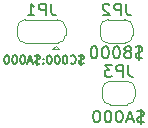
<source format=gbo>
G04 #@! TF.GenerationSoftware,KiCad,Pcbnew,(6.0.4-0)*
G04 #@! TF.CreationDate,2023-01-21T11:19:45+09:00*
G04 #@! TF.ProjectId,K68-VDG,4b36382d-5644-4472-9e6b-696361645f70,rev?*
G04 #@! TF.SameCoordinates,PX8583b00PY93d1cc0*
G04 #@! TF.FileFunction,Legend,Bot*
G04 #@! TF.FilePolarity,Positive*
%FSLAX46Y46*%
G04 Gerber Fmt 4.6, Leading zero omitted, Abs format (unit mm)*
G04 Created by KiCad (PCBNEW (6.0.4-0)) date 2023-01-21 11:19:45*
%MOMM*%
%LPD*%
G01*
G04 APERTURE LIST*
%ADD10C,0.150000*%
%ADD11C,0.120000*%
G04 APERTURE END LIST*
D10*
X89122857Y64005239D02*
X88980000Y63957620D01*
X88741904Y63957620D01*
X88646666Y64005239D01*
X88599047Y64052858D01*
X88551428Y64148096D01*
X88551428Y64243334D01*
X88599047Y64338572D01*
X88646666Y64386191D01*
X88741904Y64433810D01*
X88932380Y64481429D01*
X89027619Y64529048D01*
X89075238Y64576667D01*
X89122857Y64671905D01*
X89122857Y64767143D01*
X89075238Y64862381D01*
X89027619Y64910000D01*
X88932380Y64957620D01*
X88694285Y64957620D01*
X88551428Y64910000D01*
X88837142Y65100477D02*
X88837142Y63814762D01*
X88170476Y64243334D02*
X87694285Y64243334D01*
X88265714Y63957620D02*
X87932380Y64957620D01*
X87599047Y63957620D01*
X87075238Y64957620D02*
X86980000Y64957620D01*
X86884761Y64910000D01*
X86837142Y64862381D01*
X86789523Y64767143D01*
X86741904Y64576667D01*
X86741904Y64338572D01*
X86789523Y64148096D01*
X86837142Y64052858D01*
X86884761Y64005239D01*
X86980000Y63957620D01*
X87075238Y63957620D01*
X87170476Y64005239D01*
X87218095Y64052858D01*
X87265714Y64148096D01*
X87313333Y64338572D01*
X87313333Y64576667D01*
X87265714Y64767143D01*
X87218095Y64862381D01*
X87170476Y64910000D01*
X87075238Y64957620D01*
X86122857Y64957620D02*
X86027619Y64957620D01*
X85932380Y64910000D01*
X85884761Y64862381D01*
X85837142Y64767143D01*
X85789523Y64576667D01*
X85789523Y64338572D01*
X85837142Y64148096D01*
X85884761Y64052858D01*
X85932380Y64005239D01*
X86027619Y63957620D01*
X86122857Y63957620D01*
X86218095Y64005239D01*
X86265714Y64052858D01*
X86313333Y64148096D01*
X86360952Y64338572D01*
X86360952Y64576667D01*
X86313333Y64767143D01*
X86265714Y64862381D01*
X86218095Y64910000D01*
X86122857Y64957620D01*
X85170476Y64957620D02*
X85075238Y64957620D01*
X84980000Y64910000D01*
X84932380Y64862381D01*
X84884761Y64767143D01*
X84837142Y64576667D01*
X84837142Y64338572D01*
X84884761Y64148096D01*
X84932380Y64052858D01*
X84980000Y64005239D01*
X85075238Y63957620D01*
X85170476Y63957620D01*
X85265714Y64005239D01*
X85313333Y64052858D01*
X85360952Y64148096D01*
X85408571Y64338572D01*
X85408571Y64576667D01*
X85360952Y64767143D01*
X85313333Y64862381D01*
X85265714Y64910000D01*
X85170476Y64957620D01*
X84010000Y68956667D02*
X83910000Y68923334D01*
X83743333Y68923334D01*
X83676666Y68956667D01*
X83643333Y68990000D01*
X83610000Y69056667D01*
X83610000Y69123334D01*
X83643333Y69190000D01*
X83676666Y69223334D01*
X83743333Y69256667D01*
X83876666Y69290000D01*
X83943333Y69323334D01*
X83976666Y69356667D01*
X84010000Y69423334D01*
X84010000Y69490000D01*
X83976666Y69556667D01*
X83943333Y69590000D01*
X83876666Y69623334D01*
X83710000Y69623334D01*
X83610000Y69590000D01*
X83810000Y69723334D02*
X83810000Y68823334D01*
X82910000Y68990000D02*
X82943333Y68956667D01*
X83043333Y68923334D01*
X83110000Y68923334D01*
X83210000Y68956667D01*
X83276666Y69023334D01*
X83310000Y69090000D01*
X83343333Y69223334D01*
X83343333Y69323334D01*
X83310000Y69456667D01*
X83276666Y69523334D01*
X83210000Y69590000D01*
X83110000Y69623334D01*
X83043333Y69623334D01*
X82943333Y69590000D01*
X82910000Y69556667D01*
X82476666Y69623334D02*
X82410000Y69623334D01*
X82343333Y69590000D01*
X82310000Y69556667D01*
X82276666Y69490000D01*
X82243333Y69356667D01*
X82243333Y69190000D01*
X82276666Y69056667D01*
X82310000Y68990000D01*
X82343333Y68956667D01*
X82410000Y68923334D01*
X82476666Y68923334D01*
X82543333Y68956667D01*
X82576666Y68990000D01*
X82610000Y69056667D01*
X82643333Y69190000D01*
X82643333Y69356667D01*
X82610000Y69490000D01*
X82576666Y69556667D01*
X82543333Y69590000D01*
X82476666Y69623334D01*
X81810000Y69623334D02*
X81743333Y69623334D01*
X81676666Y69590000D01*
X81643333Y69556667D01*
X81610000Y69490000D01*
X81576666Y69356667D01*
X81576666Y69190000D01*
X81610000Y69056667D01*
X81643333Y68990000D01*
X81676666Y68956667D01*
X81743333Y68923334D01*
X81810000Y68923334D01*
X81876666Y68956667D01*
X81910000Y68990000D01*
X81943333Y69056667D01*
X81976666Y69190000D01*
X81976666Y69356667D01*
X81943333Y69490000D01*
X81910000Y69556667D01*
X81876666Y69590000D01*
X81810000Y69623334D01*
X81143333Y69623334D02*
X81076666Y69623334D01*
X81010000Y69590000D01*
X80976666Y69556667D01*
X80943333Y69490000D01*
X80910000Y69356667D01*
X80910000Y69190000D01*
X80943333Y69056667D01*
X80976666Y68990000D01*
X81010000Y68956667D01*
X81076666Y68923334D01*
X81143333Y68923334D01*
X81210000Y68956667D01*
X81243333Y68990000D01*
X81276666Y69056667D01*
X81310000Y69190000D01*
X81310000Y69356667D01*
X81276666Y69490000D01*
X81243333Y69556667D01*
X81210000Y69590000D01*
X81143333Y69623334D01*
X80610000Y68990000D02*
X80576666Y68956667D01*
X80610000Y68923334D01*
X80643333Y68956667D01*
X80610000Y68990000D01*
X80610000Y68923334D01*
X80610000Y69356667D02*
X80576666Y69323334D01*
X80610000Y69290000D01*
X80643333Y69323334D01*
X80610000Y69356667D01*
X80610000Y69290000D01*
X80310000Y68956667D02*
X80210000Y68923334D01*
X80043333Y68923334D01*
X79976666Y68956667D01*
X79943333Y68990000D01*
X79910000Y69056667D01*
X79910000Y69123334D01*
X79943333Y69190000D01*
X79976666Y69223334D01*
X80043333Y69256667D01*
X80176666Y69290000D01*
X80243333Y69323334D01*
X80276666Y69356667D01*
X80310000Y69423334D01*
X80310000Y69490000D01*
X80276666Y69556667D01*
X80243333Y69590000D01*
X80176666Y69623334D01*
X80010000Y69623334D01*
X79910000Y69590000D01*
X80110000Y69723334D02*
X80110000Y68823334D01*
X79643333Y69123334D02*
X79310000Y69123334D01*
X79710000Y68923334D02*
X79476666Y69623334D01*
X79243333Y68923334D01*
X78876666Y69623334D02*
X78810000Y69623334D01*
X78743333Y69590000D01*
X78710000Y69556667D01*
X78676666Y69490000D01*
X78643333Y69356667D01*
X78643333Y69190000D01*
X78676666Y69056667D01*
X78710000Y68990000D01*
X78743333Y68956667D01*
X78810000Y68923334D01*
X78876666Y68923334D01*
X78943333Y68956667D01*
X78976666Y68990000D01*
X79010000Y69056667D01*
X79043333Y69190000D01*
X79043333Y69356667D01*
X79010000Y69490000D01*
X78976666Y69556667D01*
X78943333Y69590000D01*
X78876666Y69623334D01*
X78210000Y69623334D02*
X78143333Y69623334D01*
X78076666Y69590000D01*
X78043333Y69556667D01*
X78010000Y69490000D01*
X77976666Y69356667D01*
X77976666Y69190000D01*
X78010000Y69056667D01*
X78043333Y68990000D01*
X78076666Y68956667D01*
X78143333Y68923334D01*
X78210000Y68923334D01*
X78276666Y68956667D01*
X78310000Y68990000D01*
X78343333Y69056667D01*
X78376666Y69190000D01*
X78376666Y69356667D01*
X78343333Y69490000D01*
X78310000Y69556667D01*
X78276666Y69590000D01*
X78210000Y69623334D01*
X77543333Y69623334D02*
X77476666Y69623334D01*
X77410000Y69590000D01*
X77376666Y69556667D01*
X77343333Y69490000D01*
X77310000Y69356667D01*
X77310000Y69190000D01*
X77343333Y69056667D01*
X77376666Y68990000D01*
X77410000Y68956667D01*
X77476666Y68923334D01*
X77543333Y68923334D01*
X77610000Y68956667D01*
X77643333Y68990000D01*
X77676666Y69056667D01*
X77710000Y69190000D01*
X77710000Y69356667D01*
X77676666Y69490000D01*
X77643333Y69556667D01*
X77610000Y69590000D01*
X77543333Y69623334D01*
X88990476Y69435239D02*
X88847619Y69387620D01*
X88609523Y69387620D01*
X88514285Y69435239D01*
X88466666Y69482858D01*
X88419047Y69578096D01*
X88419047Y69673334D01*
X88466666Y69768572D01*
X88514285Y69816191D01*
X88609523Y69863810D01*
X88800000Y69911429D01*
X88895238Y69959048D01*
X88942857Y70006667D01*
X88990476Y70101905D01*
X88990476Y70197143D01*
X88942857Y70292381D01*
X88895238Y70340000D01*
X88800000Y70387620D01*
X88561904Y70387620D01*
X88419047Y70340000D01*
X88704761Y70530477D02*
X88704761Y69244762D01*
X87847619Y69959048D02*
X87942857Y70006667D01*
X87990476Y70054286D01*
X88038095Y70149524D01*
X88038095Y70197143D01*
X87990476Y70292381D01*
X87942857Y70340000D01*
X87847619Y70387620D01*
X87657142Y70387620D01*
X87561904Y70340000D01*
X87514285Y70292381D01*
X87466666Y70197143D01*
X87466666Y70149524D01*
X87514285Y70054286D01*
X87561904Y70006667D01*
X87657142Y69959048D01*
X87847619Y69959048D01*
X87942857Y69911429D01*
X87990476Y69863810D01*
X88038095Y69768572D01*
X88038095Y69578096D01*
X87990476Y69482858D01*
X87942857Y69435239D01*
X87847619Y69387620D01*
X87657142Y69387620D01*
X87561904Y69435239D01*
X87514285Y69482858D01*
X87466666Y69578096D01*
X87466666Y69768572D01*
X87514285Y69863810D01*
X87561904Y69911429D01*
X87657142Y69959048D01*
X86847619Y70387620D02*
X86752380Y70387620D01*
X86657142Y70340000D01*
X86609523Y70292381D01*
X86561904Y70197143D01*
X86514285Y70006667D01*
X86514285Y69768572D01*
X86561904Y69578096D01*
X86609523Y69482858D01*
X86657142Y69435239D01*
X86752380Y69387620D01*
X86847619Y69387620D01*
X86942857Y69435239D01*
X86990476Y69482858D01*
X87038095Y69578096D01*
X87085714Y69768572D01*
X87085714Y70006667D01*
X87038095Y70197143D01*
X86990476Y70292381D01*
X86942857Y70340000D01*
X86847619Y70387620D01*
X85895238Y70387620D02*
X85800000Y70387620D01*
X85704761Y70340000D01*
X85657142Y70292381D01*
X85609523Y70197143D01*
X85561904Y70006667D01*
X85561904Y69768572D01*
X85609523Y69578096D01*
X85657142Y69482858D01*
X85704761Y69435239D01*
X85800000Y69387620D01*
X85895238Y69387620D01*
X85990476Y69435239D01*
X86038095Y69482858D01*
X86085714Y69578096D01*
X86133333Y69768572D01*
X86133333Y70006667D01*
X86085714Y70197143D01*
X86038095Y70292381D01*
X85990476Y70340000D01*
X85895238Y70387620D01*
X84942857Y70387620D02*
X84847619Y70387620D01*
X84752380Y70340000D01*
X84704761Y70292381D01*
X84657142Y70197143D01*
X84609523Y70006667D01*
X84609523Y69768572D01*
X84657142Y69578096D01*
X84704761Y69482858D01*
X84752380Y69435239D01*
X84847619Y69387620D01*
X84942857Y69387620D01*
X85038095Y69435239D01*
X85085714Y69482858D01*
X85133333Y69578096D01*
X85180952Y69768572D01*
X85180952Y70006667D01*
X85133333Y70197143D01*
X85085714Y70292381D01*
X85038095Y70340000D01*
X84942857Y70387620D01*
X81273333Y74007620D02*
X81273333Y73293334D01*
X81320952Y73150477D01*
X81416190Y73055239D01*
X81559047Y73007620D01*
X81654285Y73007620D01*
X80797142Y73007620D02*
X80797142Y74007620D01*
X80416190Y74007620D01*
X80320952Y73960000D01*
X80273333Y73912381D01*
X80225714Y73817143D01*
X80225714Y73674286D01*
X80273333Y73579048D01*
X80320952Y73531429D01*
X80416190Y73483810D01*
X80797142Y73483810D01*
X79273333Y73007620D02*
X79844761Y73007620D01*
X79559047Y73007620D02*
X79559047Y74007620D01*
X79654285Y73864762D01*
X79749523Y73769524D01*
X79844761Y73721905D01*
X87813333Y68807620D02*
X87813333Y68093334D01*
X87860952Y67950477D01*
X87956190Y67855239D01*
X88099047Y67807620D01*
X88194285Y67807620D01*
X87337142Y67807620D02*
X87337142Y68807620D01*
X86956190Y68807620D01*
X86860952Y68760000D01*
X86813333Y68712381D01*
X86765714Y68617143D01*
X86765714Y68474286D01*
X86813333Y68379048D01*
X86860952Y68331429D01*
X86956190Y68283810D01*
X87337142Y68283810D01*
X86432380Y68807620D02*
X85813333Y68807620D01*
X86146666Y68426667D01*
X86003809Y68426667D01*
X85908571Y68379048D01*
X85860952Y68331429D01*
X85813333Y68236191D01*
X85813333Y67998096D01*
X85860952Y67902858D01*
X85908571Y67855239D01*
X86003809Y67807620D01*
X86289523Y67807620D01*
X86384761Y67855239D01*
X86432380Y67902858D01*
X87633333Y74007620D02*
X87633333Y73293334D01*
X87680952Y73150477D01*
X87776190Y73055239D01*
X87919047Y73007620D01*
X88014285Y73007620D01*
X87157142Y73007620D02*
X87157142Y74007620D01*
X86776190Y74007620D01*
X86680952Y73960000D01*
X86633333Y73912381D01*
X86585714Y73817143D01*
X86585714Y73674286D01*
X86633333Y73579048D01*
X86680952Y73531429D01*
X86776190Y73483810D01*
X87157142Y73483810D01*
X86204761Y73912381D02*
X86157142Y73960000D01*
X86061904Y74007620D01*
X85823809Y74007620D01*
X85728571Y73960000D01*
X85680952Y73912381D01*
X85633333Y73817143D01*
X85633333Y73721905D01*
X85680952Y73579048D01*
X86252380Y73007620D01*
X85633333Y73007620D01*
D11*
X81640000Y70460000D02*
X81340000Y70160000D01*
X79040000Y70660000D02*
X81840000Y70660000D01*
X82490000Y71360000D02*
X82490000Y71960000D01*
X78390000Y71960000D02*
X78390000Y71360000D01*
X81940000Y70160000D02*
X81340000Y70160000D01*
X81840000Y72660000D02*
X79040000Y72660000D01*
X81640000Y70460000D02*
X81940000Y70160000D01*
X81790000Y70660000D02*
G75*
G03*
X82490000Y71360000I1J699999D01*
G01*
X78390000Y71360000D02*
G75*
G03*
X79090000Y70660000I700000J0D01*
G01*
X79090000Y72660000D02*
G75*
G03*
X78390000Y71960000I0J-700000D01*
G01*
X82490000Y71960000D02*
G75*
G03*
X81790000Y72660000I-699999J1D01*
G01*
X88380000Y66160000D02*
X88380000Y66760000D01*
X85580000Y66760000D02*
X85580000Y66160000D01*
X87680000Y67460000D02*
X86280000Y67460000D01*
X86280000Y65460000D02*
X87680000Y65460000D01*
X88380000Y66760000D02*
G75*
G03*
X87680000Y67460000I-699999J1D01*
G01*
X87680000Y65460000D02*
G75*
G03*
X88380000Y66160000I1J699999D01*
G01*
X85580000Y66160000D02*
G75*
G03*
X86280000Y65460000I700000J0D01*
G01*
X86280000Y67460000D02*
G75*
G03*
X85580000Y66760000I0J-700000D01*
G01*
X87500000Y72660000D02*
X86100000Y72660000D01*
X85400000Y71960000D02*
X85400000Y71360000D01*
X86100000Y70660000D02*
X87500000Y70660000D01*
X88200000Y71360000D02*
X88200000Y71960000D01*
X88200000Y71960000D02*
G75*
G03*
X87500000Y72660000I-699999J1D01*
G01*
X87500000Y70660000D02*
G75*
G03*
X88200000Y71360000I1J699999D01*
G01*
X85400000Y71360000D02*
G75*
G03*
X86100000Y70660000I700000J0D01*
G01*
X86100000Y72660000D02*
G75*
G03*
X85400000Y71960000I0J-700000D01*
G01*
M02*

</source>
